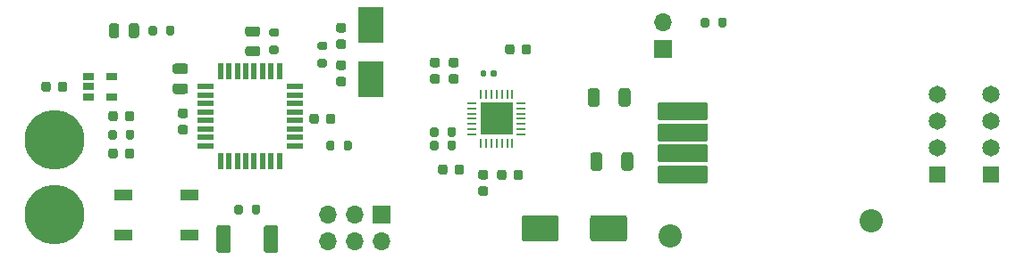
<source format=gbr>
%TF.GenerationSoftware,KiCad,Pcbnew,5.1.8-db9833491~88~ubuntu20.04.1*%
%TF.CreationDate,2020-12-21T09:27:26-06:00*%
%TF.ProjectId,main,6d61696e-2e6b-4696-9361-645f70636258,rev?*%
%TF.SameCoordinates,Original*%
%TF.FileFunction,Soldermask,Top*%
%TF.FilePolarity,Negative*%
%FSLAX46Y46*%
G04 Gerber Fmt 4.6, Leading zero omitted, Abs format (unit mm)*
G04 Created by KiCad (PCBNEW 5.1.8-db9833491~88~ubuntu20.04.1) date 2020-12-21 09:27:26*
%MOMM*%
%LPD*%
G01*
G04 APERTURE LIST*
%ADD10R,1.700000X1.000000*%
%ADD11C,1.650000*%
%ADD12R,1.650000X1.650000*%
%ADD13R,2.400000X3.500000*%
%ADD14C,5.664200*%
%ADD15C,2.202180*%
%ADD16R,3.098800X3.098800*%
%ADD17R,0.914400X0.254000*%
%ADD18R,0.254000X0.914400*%
%ADD19R,1.060000X0.650000*%
%ADD20R,0.550000X1.600000*%
%ADD21R,1.600000X0.550000*%
%ADD22O,1.700000X1.700000*%
%ADD23R,1.700000X1.700000*%
G04 APERTURE END LIST*
D10*
%TO.C,SW1*%
X35916000Y-36698000D03*
X29616000Y-36698000D03*
X35916000Y-32898000D03*
X29616000Y-32898000D03*
%TD*%
%TO.C,R11*%
G36*
G01*
X75046000Y-29092999D02*
X75046000Y-30343001D01*
G75*
G02*
X74796001Y-30593000I-249999J0D01*
G01*
X74170999Y-30593000D01*
G75*
G02*
X73921000Y-30343001I0J249999D01*
G01*
X73921000Y-29092999D01*
G75*
G02*
X74170999Y-28843000I249999J0D01*
G01*
X74796001Y-28843000D01*
G75*
G02*
X75046000Y-29092999I0J-249999D01*
G01*
G37*
G36*
G01*
X77971000Y-29092999D02*
X77971000Y-30343001D01*
G75*
G02*
X77721001Y-30593000I-249999J0D01*
G01*
X77095999Y-30593000D01*
G75*
G02*
X76846000Y-30343001I0J249999D01*
G01*
X76846000Y-29092999D01*
G75*
G02*
X77095999Y-28843000I249999J0D01*
G01*
X77721001Y-28843000D01*
G75*
G02*
X77971000Y-29092999I0J-249999D01*
G01*
G37*
%TD*%
%TO.C,R10*%
G36*
G01*
X74792000Y-22996999D02*
X74792000Y-24247001D01*
G75*
G02*
X74542001Y-24497000I-249999J0D01*
G01*
X73916999Y-24497000D01*
G75*
G02*
X73667000Y-24247001I0J249999D01*
G01*
X73667000Y-22996999D01*
G75*
G02*
X73916999Y-22747000I249999J0D01*
G01*
X74542001Y-22747000D01*
G75*
G02*
X74792000Y-22996999I0J-249999D01*
G01*
G37*
G36*
G01*
X77717000Y-22996999D02*
X77717000Y-24247001D01*
G75*
G02*
X77467001Y-24497000I-249999J0D01*
G01*
X76841999Y-24497000D01*
G75*
G02*
X76592000Y-24247001I0J249999D01*
G01*
X76592000Y-22996999D01*
G75*
G02*
X76841999Y-22747000I249999J0D01*
G01*
X77467001Y-22747000D01*
G75*
G02*
X77717000Y-22996999I0J-249999D01*
G01*
G37*
%TD*%
%TO.C,C13*%
G36*
G01*
X73890000Y-37068000D02*
X73890000Y-35068000D01*
G75*
G02*
X74140000Y-34818000I250000J0D01*
G01*
X77140000Y-34818000D01*
G75*
G02*
X77390000Y-35068000I0J-250000D01*
G01*
X77390000Y-37068000D01*
G75*
G02*
X77140000Y-37318000I-250000J0D01*
G01*
X74140000Y-37318000D01*
G75*
G02*
X73890000Y-37068000I0J250000D01*
G01*
G37*
G36*
G01*
X67390000Y-37068000D02*
X67390000Y-35068000D01*
G75*
G02*
X67640000Y-34818000I250000J0D01*
G01*
X70640000Y-34818000D01*
G75*
G02*
X70890000Y-35068000I0J-250000D01*
G01*
X70890000Y-37068000D01*
G75*
G02*
X70640000Y-37318000I-250000J0D01*
G01*
X67640000Y-37318000D01*
G75*
G02*
X67390000Y-37068000I0J250000D01*
G01*
G37*
%TD*%
%TO.C,C9*%
G36*
G01*
X64062000Y-21166000D02*
X64062000Y-21506000D01*
G75*
G02*
X63922000Y-21646000I-140000J0D01*
G01*
X63642000Y-21646000D01*
G75*
G02*
X63502000Y-21506000I0J140000D01*
G01*
X63502000Y-21166000D01*
G75*
G02*
X63642000Y-21026000I140000J0D01*
G01*
X63922000Y-21026000D01*
G75*
G02*
X64062000Y-21166000I0J-140000D01*
G01*
G37*
G36*
G01*
X65022000Y-21166000D02*
X65022000Y-21506000D01*
G75*
G02*
X64882000Y-21646000I-140000J0D01*
G01*
X64602000Y-21646000D01*
G75*
G02*
X64462000Y-21506000I0J140000D01*
G01*
X64462000Y-21166000D01*
G75*
G02*
X64602000Y-21026000I140000J0D01*
G01*
X64882000Y-21026000D01*
G75*
G02*
X65022000Y-21166000I0J-140000D01*
G01*
G37*
%TD*%
%TO.C,C7*%
G36*
G01*
X35527000Y-21394000D02*
X34577000Y-21394000D01*
G75*
G02*
X34327000Y-21144000I0J250000D01*
G01*
X34327000Y-20644000D01*
G75*
G02*
X34577000Y-20394000I250000J0D01*
G01*
X35527000Y-20394000D01*
G75*
G02*
X35777000Y-20644000I0J-250000D01*
G01*
X35777000Y-21144000D01*
G75*
G02*
X35527000Y-21394000I-250000J0D01*
G01*
G37*
G36*
G01*
X35527000Y-23294000D02*
X34577000Y-23294000D01*
G75*
G02*
X34327000Y-23044000I0J250000D01*
G01*
X34327000Y-22544000D01*
G75*
G02*
X34577000Y-22294000I250000J0D01*
G01*
X35527000Y-22294000D01*
G75*
G02*
X35777000Y-22544000I0J-250000D01*
G01*
X35777000Y-23044000D01*
G75*
G02*
X35527000Y-23294000I-250000J0D01*
G01*
G37*
%TD*%
D11*
%TO.C,J4*%
X111876000Y-23316000D03*
X111876000Y-25856000D03*
X106796000Y-25856000D03*
X106796000Y-28396000D03*
D12*
X106796000Y-30936000D03*
X111876000Y-30936000D03*
D11*
X106796000Y-23316000D03*
X111876000Y-28396000D03*
%TD*%
%TO.C,D4*%
G36*
G01*
X29268000Y-16815750D02*
X29268000Y-17728250D01*
G75*
G02*
X29024250Y-17972000I-243750J0D01*
G01*
X28536750Y-17972000D01*
G75*
G02*
X28293000Y-17728250I0J243750D01*
G01*
X28293000Y-16815750D01*
G75*
G02*
X28536750Y-16572000I243750J0D01*
G01*
X29024250Y-16572000D01*
G75*
G02*
X29268000Y-16815750I0J-243750D01*
G01*
G37*
G36*
G01*
X31143000Y-16815750D02*
X31143000Y-17728250D01*
G75*
G02*
X30899250Y-17972000I-243750J0D01*
G01*
X30411750Y-17972000D01*
G75*
G02*
X30168000Y-17728250I0J243750D01*
G01*
X30168000Y-16815750D01*
G75*
G02*
X30411750Y-16572000I243750J0D01*
G01*
X30899250Y-16572000D01*
G75*
G02*
X31143000Y-16815750I0J-243750D01*
G01*
G37*
%TD*%
%TO.C,D3*%
G36*
G01*
X41453750Y-18738000D02*
X42366250Y-18738000D01*
G75*
G02*
X42610000Y-18981750I0J-243750D01*
G01*
X42610000Y-19469250D01*
G75*
G02*
X42366250Y-19713000I-243750J0D01*
G01*
X41453750Y-19713000D01*
G75*
G02*
X41210000Y-19469250I0J243750D01*
G01*
X41210000Y-18981750D01*
G75*
G02*
X41453750Y-18738000I243750J0D01*
G01*
G37*
G36*
G01*
X41453750Y-16863000D02*
X42366250Y-16863000D01*
G75*
G02*
X42610000Y-17106750I0J-243750D01*
G01*
X42610000Y-17594250D01*
G75*
G02*
X42366250Y-17838000I-243750J0D01*
G01*
X41453750Y-17838000D01*
G75*
G02*
X41210000Y-17594250I0J243750D01*
G01*
X41210000Y-17106750D01*
G75*
G02*
X41453750Y-16863000I243750J0D01*
G01*
G37*
%TD*%
%TO.C,D1*%
G36*
G01*
X39827000Y-36008999D02*
X39827000Y-38159001D01*
G75*
G02*
X39577001Y-38409000I-249999J0D01*
G01*
X38726999Y-38409000D01*
G75*
G02*
X38477000Y-38159001I0J249999D01*
G01*
X38477000Y-36008999D01*
G75*
G02*
X38726999Y-35759000I249999J0D01*
G01*
X39577001Y-35759000D01*
G75*
G02*
X39827000Y-36008999I0J-249999D01*
G01*
G37*
G36*
G01*
X44327000Y-36008999D02*
X44327000Y-38159001D01*
G75*
G02*
X44077001Y-38409000I-249999J0D01*
G01*
X43226999Y-38409000D01*
G75*
G02*
X42977000Y-38159001I0J249999D01*
G01*
X42977000Y-36008999D01*
G75*
G02*
X43226999Y-35759000I249999J0D01*
G01*
X44077001Y-35759000D01*
G75*
G02*
X44327000Y-36008999I0J-249999D01*
G01*
G37*
%TD*%
D13*
%TO.C,Y1*%
X53086000Y-21904000D03*
X53086000Y-16704000D03*
%TD*%
D14*
%TO.C,J5*%
X23114000Y-27686000D03*
%TD*%
%TO.C,J1*%
X23114000Y-34798000D03*
%TD*%
D15*
%TO.C,S1*%
X100482400Y-35313620D03*
X81440020Y-36830000D03*
G36*
G01*
X85025230Y-28188920D02*
X85025230Y-29687520D01*
G75*
G02*
X84923630Y-29789120I-101600J0D01*
G01*
X80425290Y-29789120D01*
G75*
G02*
X80323690Y-29687520I0J101600D01*
G01*
X80323690Y-28188920D01*
G75*
G02*
X80425290Y-28087320I101600J0D01*
G01*
X84923630Y-28087320D01*
G75*
G02*
X85025230Y-28188920I0J-101600D01*
G01*
G37*
G36*
G01*
X85025230Y-24190960D02*
X85025230Y-25689560D01*
G75*
G02*
X84923630Y-25791160I-101600J0D01*
G01*
X80425290Y-25791160D01*
G75*
G02*
X80323690Y-25689560I0J101600D01*
G01*
X80323690Y-24190960D01*
G75*
G02*
X80425290Y-24089360I101600J0D01*
G01*
X84923630Y-24089360D01*
G75*
G02*
X85025230Y-24190960I0J-101600D01*
G01*
G37*
G36*
G01*
X85025230Y-26192480D02*
X85025230Y-27691080D01*
G75*
G02*
X84923630Y-27792680I-101600J0D01*
G01*
X80425290Y-27792680D01*
G75*
G02*
X80323690Y-27691080I0J101600D01*
G01*
X80323690Y-26192480D01*
G75*
G02*
X80425290Y-26090880I101600J0D01*
G01*
X84923630Y-26090880D01*
G75*
G02*
X85025230Y-26192480I0J-101600D01*
G01*
G37*
G36*
G01*
X85025230Y-30190440D02*
X85025230Y-31689040D01*
G75*
G02*
X84923630Y-31790640I-101600J0D01*
G01*
X80425290Y-31790640D01*
G75*
G02*
X80323690Y-31689040I0J101600D01*
G01*
X80323690Y-30190440D01*
G75*
G02*
X80425290Y-30088840I101600J0D01*
G01*
X84923630Y-30088840D01*
G75*
G02*
X85025230Y-30190440I0J-101600D01*
G01*
G37*
%TD*%
%TO.C,R1*%
G36*
G01*
X40977000Y-34015000D02*
X40977000Y-34565000D01*
G75*
G02*
X40777000Y-34765000I-200000J0D01*
G01*
X40377000Y-34765000D01*
G75*
G02*
X40177000Y-34565000I0J200000D01*
G01*
X40177000Y-34015000D01*
G75*
G02*
X40377000Y-33815000I200000J0D01*
G01*
X40777000Y-33815000D01*
G75*
G02*
X40977000Y-34015000I0J-200000D01*
G01*
G37*
G36*
G01*
X42627000Y-34015000D02*
X42627000Y-34565000D01*
G75*
G02*
X42427000Y-34765000I-200000J0D01*
G01*
X42027000Y-34765000D01*
G75*
G02*
X41827000Y-34565000I0J200000D01*
G01*
X41827000Y-34015000D01*
G75*
G02*
X42027000Y-33815000I200000J0D01*
G01*
X42427000Y-33815000D01*
G75*
G02*
X42627000Y-34015000I0J-200000D01*
G01*
G37*
%TD*%
%TO.C,R12*%
G36*
G01*
X32849000Y-16997000D02*
X32849000Y-17547000D01*
G75*
G02*
X32649000Y-17747000I-200000J0D01*
G01*
X32249000Y-17747000D01*
G75*
G02*
X32049000Y-17547000I0J200000D01*
G01*
X32049000Y-16997000D01*
G75*
G02*
X32249000Y-16797000I200000J0D01*
G01*
X32649000Y-16797000D01*
G75*
G02*
X32849000Y-16997000I0J-200000D01*
G01*
G37*
G36*
G01*
X34499000Y-16997000D02*
X34499000Y-17547000D01*
G75*
G02*
X34299000Y-17747000I-200000J0D01*
G01*
X33899000Y-17747000D01*
G75*
G02*
X33699000Y-17547000I0J200000D01*
G01*
X33699000Y-16997000D01*
G75*
G02*
X33899000Y-16797000I200000J0D01*
G01*
X34299000Y-16797000D01*
G75*
G02*
X34499000Y-16997000I0J-200000D01*
G01*
G37*
%TD*%
%TO.C,D2*%
G36*
G01*
X29114000Y-28699750D02*
X29114000Y-29212250D01*
G75*
G02*
X28895250Y-29431000I-218750J0D01*
G01*
X28457750Y-29431000D01*
G75*
G02*
X28239000Y-29212250I0J218750D01*
G01*
X28239000Y-28699750D01*
G75*
G02*
X28457750Y-28481000I218750J0D01*
G01*
X28895250Y-28481000D01*
G75*
G02*
X29114000Y-28699750I0J-218750D01*
G01*
G37*
G36*
G01*
X30689000Y-28699750D02*
X30689000Y-29212250D01*
G75*
G02*
X30470250Y-29431000I-218750J0D01*
G01*
X30032750Y-29431000D01*
G75*
G02*
X29814000Y-29212250I0J218750D01*
G01*
X29814000Y-28699750D01*
G75*
G02*
X30032750Y-28481000I218750J0D01*
G01*
X30470250Y-28481000D01*
G75*
G02*
X30689000Y-28699750I0J-218750D01*
G01*
G37*
%TD*%
D16*
%TO.C,U3*%
X65024000Y-25654000D03*
D17*
X67373500Y-24154000D03*
X67373500Y-24653999D03*
X67373500Y-25154001D03*
X67373500Y-25654000D03*
X67373500Y-26153999D03*
X67373500Y-26654001D03*
X67373500Y-27154000D03*
D18*
X66524000Y-28003500D03*
X66024001Y-28003500D03*
X65523999Y-28003500D03*
X65024000Y-28003500D03*
X64524001Y-28003500D03*
X64023999Y-28003500D03*
X63524000Y-28003500D03*
D17*
X62674500Y-27154000D03*
X62674500Y-26654001D03*
X62674500Y-26153999D03*
X62674500Y-25654000D03*
X62674500Y-25154001D03*
X62674500Y-24653999D03*
X62674500Y-24154000D03*
D18*
X63524000Y-23304500D03*
X64023999Y-23304500D03*
X64524001Y-23304500D03*
X65024000Y-23304500D03*
X65523999Y-23304500D03*
X66024001Y-23304500D03*
X66524000Y-23304500D03*
%TD*%
D19*
%TO.C,U2*%
X28532000Y-21656000D03*
X28532000Y-23556000D03*
X26332000Y-23556000D03*
X26332000Y-22606000D03*
X26332000Y-21656000D03*
%TD*%
D20*
%TO.C,U1*%
X44456000Y-29650000D03*
X43656000Y-29650000D03*
X42856000Y-29650000D03*
X42056000Y-29650000D03*
X41256000Y-29650000D03*
X40456000Y-29650000D03*
X39656000Y-29650000D03*
X38856000Y-29650000D03*
D21*
X37406000Y-28200000D03*
X37406000Y-27400000D03*
X37406000Y-26600000D03*
X37406000Y-25800000D03*
X37406000Y-25000000D03*
X37406000Y-24200000D03*
X37406000Y-23400000D03*
X37406000Y-22600000D03*
D20*
X38856000Y-21150000D03*
X39656000Y-21150000D03*
X40456000Y-21150000D03*
X41256000Y-21150000D03*
X42056000Y-21150000D03*
X42856000Y-21150000D03*
X43656000Y-21150000D03*
X44456000Y-21150000D03*
D21*
X45906000Y-22600000D03*
X45906000Y-23400000D03*
X45906000Y-24200000D03*
X45906000Y-25000000D03*
X45906000Y-25800000D03*
X45906000Y-26600000D03*
X45906000Y-27400000D03*
X45906000Y-28200000D03*
%TD*%
%TO.C,R9*%
G36*
G01*
X86023000Y-16785000D02*
X86023000Y-16235000D01*
G75*
G02*
X86223000Y-16035000I200000J0D01*
G01*
X86623000Y-16035000D01*
G75*
G02*
X86823000Y-16235000I0J-200000D01*
G01*
X86823000Y-16785000D01*
G75*
G02*
X86623000Y-16985000I-200000J0D01*
G01*
X86223000Y-16985000D01*
G75*
G02*
X86023000Y-16785000I0J200000D01*
G01*
G37*
G36*
G01*
X84373000Y-16785000D02*
X84373000Y-16235000D01*
G75*
G02*
X84573000Y-16035000I200000J0D01*
G01*
X84973000Y-16035000D01*
G75*
G02*
X85173000Y-16235000I0J-200000D01*
G01*
X85173000Y-16785000D01*
G75*
G02*
X84973000Y-16985000I-200000J0D01*
G01*
X84573000Y-16985000D01*
G75*
G02*
X84373000Y-16785000I0J200000D01*
G01*
G37*
%TD*%
%TO.C,R8*%
G36*
G01*
X59519000Y-27919000D02*
X59519000Y-28469000D01*
G75*
G02*
X59319000Y-28669000I-200000J0D01*
G01*
X58919000Y-28669000D01*
G75*
G02*
X58719000Y-28469000I0J200000D01*
G01*
X58719000Y-27919000D01*
G75*
G02*
X58919000Y-27719000I200000J0D01*
G01*
X59319000Y-27719000D01*
G75*
G02*
X59519000Y-27919000I0J-200000D01*
G01*
G37*
G36*
G01*
X61169000Y-27919000D02*
X61169000Y-28469000D01*
G75*
G02*
X60969000Y-28669000I-200000J0D01*
G01*
X60569000Y-28669000D01*
G75*
G02*
X60369000Y-28469000I0J200000D01*
G01*
X60369000Y-27919000D01*
G75*
G02*
X60569000Y-27719000I200000J0D01*
G01*
X60969000Y-27719000D01*
G75*
G02*
X61169000Y-27919000I0J-200000D01*
G01*
G37*
%TD*%
%TO.C,R7*%
G36*
G01*
X60369000Y-27199000D02*
X60369000Y-26649000D01*
G75*
G02*
X60569000Y-26449000I200000J0D01*
G01*
X60969000Y-26449000D01*
G75*
G02*
X61169000Y-26649000I0J-200000D01*
G01*
X61169000Y-27199000D01*
G75*
G02*
X60969000Y-27399000I-200000J0D01*
G01*
X60569000Y-27399000D01*
G75*
G02*
X60369000Y-27199000I0J200000D01*
G01*
G37*
G36*
G01*
X58719000Y-27199000D02*
X58719000Y-26649000D01*
G75*
G02*
X58919000Y-26449000I200000J0D01*
G01*
X59319000Y-26449000D01*
G75*
G02*
X59519000Y-26649000I0J-200000D01*
G01*
X59519000Y-27199000D01*
G75*
G02*
X59319000Y-27399000I-200000J0D01*
G01*
X58919000Y-27399000D01*
G75*
G02*
X58719000Y-27199000I0J200000D01*
G01*
G37*
%TD*%
%TO.C,R6*%
G36*
G01*
X49676000Y-27919000D02*
X49676000Y-28469000D01*
G75*
G02*
X49476000Y-28669000I-200000J0D01*
G01*
X49076000Y-28669000D01*
G75*
G02*
X48876000Y-28469000I0J200000D01*
G01*
X48876000Y-27919000D01*
G75*
G02*
X49076000Y-27719000I200000J0D01*
G01*
X49476000Y-27719000D01*
G75*
G02*
X49676000Y-27919000I0J-200000D01*
G01*
G37*
G36*
G01*
X51326000Y-27919000D02*
X51326000Y-28469000D01*
G75*
G02*
X51126000Y-28669000I-200000J0D01*
G01*
X50726000Y-28669000D01*
G75*
G02*
X50526000Y-28469000I0J200000D01*
G01*
X50526000Y-27919000D01*
G75*
G02*
X50726000Y-27719000I200000J0D01*
G01*
X51126000Y-27719000D01*
G75*
G02*
X51326000Y-27919000I0J-200000D01*
G01*
G37*
%TD*%
%TO.C,R5*%
G36*
G01*
X48789000Y-19133000D02*
X48239000Y-19133000D01*
G75*
G02*
X48039000Y-18933000I0J200000D01*
G01*
X48039000Y-18533000D01*
G75*
G02*
X48239000Y-18333000I200000J0D01*
G01*
X48789000Y-18333000D01*
G75*
G02*
X48989000Y-18533000I0J-200000D01*
G01*
X48989000Y-18933000D01*
G75*
G02*
X48789000Y-19133000I-200000J0D01*
G01*
G37*
G36*
G01*
X48789000Y-20783000D02*
X48239000Y-20783000D01*
G75*
G02*
X48039000Y-20583000I0J200000D01*
G01*
X48039000Y-20183000D01*
G75*
G02*
X48239000Y-19983000I200000J0D01*
G01*
X48789000Y-19983000D01*
G75*
G02*
X48989000Y-20183000I0J-200000D01*
G01*
X48989000Y-20583000D01*
G75*
G02*
X48789000Y-20783000I-200000J0D01*
G01*
G37*
%TD*%
%TO.C,R3*%
G36*
G01*
X44217000Y-17863000D02*
X43667000Y-17863000D01*
G75*
G02*
X43467000Y-17663000I0J200000D01*
G01*
X43467000Y-17263000D01*
G75*
G02*
X43667000Y-17063000I200000J0D01*
G01*
X44217000Y-17063000D01*
G75*
G02*
X44417000Y-17263000I0J-200000D01*
G01*
X44417000Y-17663000D01*
G75*
G02*
X44217000Y-17863000I-200000J0D01*
G01*
G37*
G36*
G01*
X44217000Y-19513000D02*
X43667000Y-19513000D01*
G75*
G02*
X43467000Y-19313000I0J200000D01*
G01*
X43467000Y-18913000D01*
G75*
G02*
X43667000Y-18713000I200000J0D01*
G01*
X44217000Y-18713000D01*
G75*
G02*
X44417000Y-18913000I0J-200000D01*
G01*
X44417000Y-19313000D01*
G75*
G02*
X44217000Y-19513000I-200000J0D01*
G01*
G37*
%TD*%
%TO.C,R2*%
G36*
G01*
X29889000Y-27453000D02*
X29889000Y-26903000D01*
G75*
G02*
X30089000Y-26703000I200000J0D01*
G01*
X30489000Y-26703000D01*
G75*
G02*
X30689000Y-26903000I0J-200000D01*
G01*
X30689000Y-27453000D01*
G75*
G02*
X30489000Y-27653000I-200000J0D01*
G01*
X30089000Y-27653000D01*
G75*
G02*
X29889000Y-27453000I0J200000D01*
G01*
G37*
G36*
G01*
X28239000Y-27453000D02*
X28239000Y-26903000D01*
G75*
G02*
X28439000Y-26703000I200000J0D01*
G01*
X28839000Y-26703000D01*
G75*
G02*
X29039000Y-26903000I0J-200000D01*
G01*
X29039000Y-27453000D01*
G75*
G02*
X28839000Y-27653000I-200000J0D01*
G01*
X28439000Y-27653000D01*
G75*
G02*
X28239000Y-27453000I0J200000D01*
G01*
G37*
%TD*%
D22*
%TO.C,J3*%
X80772000Y-16510000D03*
D23*
X80772000Y-19050000D03*
%TD*%
D22*
%TO.C,J2*%
X49022000Y-37338000D03*
X49022000Y-34798000D03*
X51562000Y-37338000D03*
X51562000Y-34798000D03*
X54102000Y-37338000D03*
D23*
X54102000Y-34798000D03*
%TD*%
%TO.C,C15*%
G36*
G01*
X65969000Y-30738000D02*
X65969000Y-31238000D01*
G75*
G02*
X65744000Y-31463000I-225000J0D01*
G01*
X65294000Y-31463000D01*
G75*
G02*
X65069000Y-31238000I0J225000D01*
G01*
X65069000Y-30738000D01*
G75*
G02*
X65294000Y-30513000I225000J0D01*
G01*
X65744000Y-30513000D01*
G75*
G02*
X65969000Y-30738000I0J-225000D01*
G01*
G37*
G36*
G01*
X67519000Y-30738000D02*
X67519000Y-31238000D01*
G75*
G02*
X67294000Y-31463000I-225000J0D01*
G01*
X66844000Y-31463000D01*
G75*
G02*
X66619000Y-31238000I0J225000D01*
G01*
X66619000Y-30738000D01*
G75*
G02*
X66844000Y-30513000I225000J0D01*
G01*
X67294000Y-30513000D01*
G75*
G02*
X67519000Y-30738000I0J-225000D01*
G01*
G37*
%TD*%
%TO.C,C14*%
G36*
G01*
X67381000Y-19300000D02*
X67381000Y-18800000D01*
G75*
G02*
X67606000Y-18575000I225000J0D01*
G01*
X68056000Y-18575000D01*
G75*
G02*
X68281000Y-18800000I0J-225000D01*
G01*
X68281000Y-19300000D01*
G75*
G02*
X68056000Y-19525000I-225000J0D01*
G01*
X67606000Y-19525000D01*
G75*
G02*
X67381000Y-19300000I0J225000D01*
G01*
G37*
G36*
G01*
X65831000Y-19300000D02*
X65831000Y-18800000D01*
G75*
G02*
X66056000Y-18575000I225000J0D01*
G01*
X66506000Y-18575000D01*
G75*
G02*
X66731000Y-18800000I0J-225000D01*
G01*
X66731000Y-19300000D01*
G75*
G02*
X66506000Y-19525000I-225000J0D01*
G01*
X66056000Y-19525000D01*
G75*
G02*
X65831000Y-19300000I0J225000D01*
G01*
G37*
%TD*%
%TO.C,C12*%
G36*
G01*
X60710000Y-21407000D02*
X61210000Y-21407000D01*
G75*
G02*
X61435000Y-21632000I0J-225000D01*
G01*
X61435000Y-22082000D01*
G75*
G02*
X61210000Y-22307000I-225000J0D01*
G01*
X60710000Y-22307000D01*
G75*
G02*
X60485000Y-22082000I0J225000D01*
G01*
X60485000Y-21632000D01*
G75*
G02*
X60710000Y-21407000I225000J0D01*
G01*
G37*
G36*
G01*
X60710000Y-19857000D02*
X61210000Y-19857000D01*
G75*
G02*
X61435000Y-20082000I0J-225000D01*
G01*
X61435000Y-20532000D01*
G75*
G02*
X61210000Y-20757000I-225000J0D01*
G01*
X60710000Y-20757000D01*
G75*
G02*
X60485000Y-20532000I0J225000D01*
G01*
X60485000Y-20082000D01*
G75*
G02*
X60710000Y-19857000I225000J0D01*
G01*
G37*
%TD*%
%TO.C,C11*%
G36*
G01*
X59432000Y-20757000D02*
X58932000Y-20757000D01*
G75*
G02*
X58707000Y-20532000I0J225000D01*
G01*
X58707000Y-20082000D01*
G75*
G02*
X58932000Y-19857000I225000J0D01*
G01*
X59432000Y-19857000D01*
G75*
G02*
X59657000Y-20082000I0J-225000D01*
G01*
X59657000Y-20532000D01*
G75*
G02*
X59432000Y-20757000I-225000J0D01*
G01*
G37*
G36*
G01*
X59432000Y-22307000D02*
X58932000Y-22307000D01*
G75*
G02*
X58707000Y-22082000I0J225000D01*
G01*
X58707000Y-21632000D01*
G75*
G02*
X58932000Y-21407000I225000J0D01*
G01*
X59432000Y-21407000D01*
G75*
G02*
X59657000Y-21632000I0J-225000D01*
G01*
X59657000Y-22082000D01*
G75*
G02*
X59432000Y-22307000I-225000J0D01*
G01*
G37*
%TD*%
%TO.C,C10*%
G36*
G01*
X60381000Y-30230000D02*
X60381000Y-30730000D01*
G75*
G02*
X60156000Y-30955000I-225000J0D01*
G01*
X59706000Y-30955000D01*
G75*
G02*
X59481000Y-30730000I0J225000D01*
G01*
X59481000Y-30230000D01*
G75*
G02*
X59706000Y-30005000I225000J0D01*
G01*
X60156000Y-30005000D01*
G75*
G02*
X60381000Y-30230000I0J-225000D01*
G01*
G37*
G36*
G01*
X61931000Y-30230000D02*
X61931000Y-30730000D01*
G75*
G02*
X61706000Y-30955000I-225000J0D01*
G01*
X61256000Y-30955000D01*
G75*
G02*
X61031000Y-30730000I0J225000D01*
G01*
X61031000Y-30230000D01*
G75*
G02*
X61256000Y-30005000I225000J0D01*
G01*
X61706000Y-30005000D01*
G75*
G02*
X61931000Y-30230000I0J-225000D01*
G01*
G37*
%TD*%
%TO.C,C8*%
G36*
G01*
X63504000Y-32075000D02*
X64004000Y-32075000D01*
G75*
G02*
X64229000Y-32300000I0J-225000D01*
G01*
X64229000Y-32750000D01*
G75*
G02*
X64004000Y-32975000I-225000J0D01*
G01*
X63504000Y-32975000D01*
G75*
G02*
X63279000Y-32750000I0J225000D01*
G01*
X63279000Y-32300000D01*
G75*
G02*
X63504000Y-32075000I225000J0D01*
G01*
G37*
G36*
G01*
X63504000Y-30525000D02*
X64004000Y-30525000D01*
G75*
G02*
X64229000Y-30750000I0J-225000D01*
G01*
X64229000Y-31200000D01*
G75*
G02*
X64004000Y-31425000I-225000J0D01*
G01*
X63504000Y-31425000D01*
G75*
G02*
X63279000Y-31200000I0J225000D01*
G01*
X63279000Y-30750000D01*
G75*
G02*
X63504000Y-30525000I225000J0D01*
G01*
G37*
%TD*%
%TO.C,C6*%
G36*
G01*
X23439000Y-22856000D02*
X23439000Y-22356000D01*
G75*
G02*
X23664000Y-22131000I225000J0D01*
G01*
X24114000Y-22131000D01*
G75*
G02*
X24339000Y-22356000I0J-225000D01*
G01*
X24339000Y-22856000D01*
G75*
G02*
X24114000Y-23081000I-225000J0D01*
G01*
X23664000Y-23081000D01*
G75*
G02*
X23439000Y-22856000I0J225000D01*
G01*
G37*
G36*
G01*
X21889000Y-22856000D02*
X21889000Y-22356000D01*
G75*
G02*
X22114000Y-22131000I225000J0D01*
G01*
X22564000Y-22131000D01*
G75*
G02*
X22789000Y-22356000I0J-225000D01*
G01*
X22789000Y-22856000D01*
G75*
G02*
X22564000Y-23081000I-225000J0D01*
G01*
X22114000Y-23081000D01*
G75*
G02*
X21889000Y-22856000I0J225000D01*
G01*
G37*
%TD*%
%TO.C,C5*%
G36*
G01*
X50542000Y-17455000D02*
X50042000Y-17455000D01*
G75*
G02*
X49817000Y-17230000I0J225000D01*
G01*
X49817000Y-16780000D01*
G75*
G02*
X50042000Y-16555000I225000J0D01*
G01*
X50542000Y-16555000D01*
G75*
G02*
X50767000Y-16780000I0J-225000D01*
G01*
X50767000Y-17230000D01*
G75*
G02*
X50542000Y-17455000I-225000J0D01*
G01*
G37*
G36*
G01*
X50542000Y-19005000D02*
X50042000Y-19005000D01*
G75*
G02*
X49817000Y-18780000I0J225000D01*
G01*
X49817000Y-18330000D01*
G75*
G02*
X50042000Y-18105000I225000J0D01*
G01*
X50542000Y-18105000D01*
G75*
G02*
X50767000Y-18330000I0J-225000D01*
G01*
X50767000Y-18780000D01*
G75*
G02*
X50542000Y-19005000I-225000J0D01*
G01*
G37*
%TD*%
%TO.C,C4*%
G36*
G01*
X50042000Y-21661000D02*
X50542000Y-21661000D01*
G75*
G02*
X50767000Y-21886000I0J-225000D01*
G01*
X50767000Y-22336000D01*
G75*
G02*
X50542000Y-22561000I-225000J0D01*
G01*
X50042000Y-22561000D01*
G75*
G02*
X49817000Y-22336000I0J225000D01*
G01*
X49817000Y-21886000D01*
G75*
G02*
X50042000Y-21661000I225000J0D01*
G01*
G37*
G36*
G01*
X50042000Y-20111000D02*
X50542000Y-20111000D01*
G75*
G02*
X50767000Y-20336000I0J-225000D01*
G01*
X50767000Y-20786000D01*
G75*
G02*
X50542000Y-21011000I-225000J0D01*
G01*
X50042000Y-21011000D01*
G75*
G02*
X49817000Y-20786000I0J225000D01*
G01*
X49817000Y-20336000D01*
G75*
G02*
X50042000Y-20111000I225000J0D01*
G01*
G37*
%TD*%
%TO.C,C3*%
G36*
G01*
X29789000Y-25650000D02*
X29789000Y-25150000D01*
G75*
G02*
X30014000Y-24925000I225000J0D01*
G01*
X30464000Y-24925000D01*
G75*
G02*
X30689000Y-25150000I0J-225000D01*
G01*
X30689000Y-25650000D01*
G75*
G02*
X30464000Y-25875000I-225000J0D01*
G01*
X30014000Y-25875000D01*
G75*
G02*
X29789000Y-25650000I0J225000D01*
G01*
G37*
G36*
G01*
X28239000Y-25650000D02*
X28239000Y-25150000D01*
G75*
G02*
X28464000Y-24925000I225000J0D01*
G01*
X28914000Y-24925000D01*
G75*
G02*
X29139000Y-25150000I0J-225000D01*
G01*
X29139000Y-25650000D01*
G75*
G02*
X28914000Y-25875000I-225000J0D01*
G01*
X28464000Y-25875000D01*
G75*
G02*
X28239000Y-25650000I0J225000D01*
G01*
G37*
%TD*%
%TO.C,C2*%
G36*
G01*
X35056000Y-26233000D02*
X35556000Y-26233000D01*
G75*
G02*
X35781000Y-26458000I0J-225000D01*
G01*
X35781000Y-26908000D01*
G75*
G02*
X35556000Y-27133000I-225000J0D01*
G01*
X35056000Y-27133000D01*
G75*
G02*
X34831000Y-26908000I0J225000D01*
G01*
X34831000Y-26458000D01*
G75*
G02*
X35056000Y-26233000I225000J0D01*
G01*
G37*
G36*
G01*
X35056000Y-24683000D02*
X35556000Y-24683000D01*
G75*
G02*
X35781000Y-24908000I0J-225000D01*
G01*
X35781000Y-25358000D01*
G75*
G02*
X35556000Y-25583000I-225000J0D01*
G01*
X35056000Y-25583000D01*
G75*
G02*
X34831000Y-25358000I0J225000D01*
G01*
X34831000Y-24908000D01*
G75*
G02*
X35056000Y-24683000I225000J0D01*
G01*
G37*
%TD*%
%TO.C,C1*%
G36*
G01*
X48839000Y-25904000D02*
X48839000Y-25404000D01*
G75*
G02*
X49064000Y-25179000I225000J0D01*
G01*
X49514000Y-25179000D01*
G75*
G02*
X49739000Y-25404000I0J-225000D01*
G01*
X49739000Y-25904000D01*
G75*
G02*
X49514000Y-26129000I-225000J0D01*
G01*
X49064000Y-26129000D01*
G75*
G02*
X48839000Y-25904000I0J225000D01*
G01*
G37*
G36*
G01*
X47289000Y-25904000D02*
X47289000Y-25404000D01*
G75*
G02*
X47514000Y-25179000I225000J0D01*
G01*
X47964000Y-25179000D01*
G75*
G02*
X48189000Y-25404000I0J-225000D01*
G01*
X48189000Y-25904000D01*
G75*
G02*
X47964000Y-26129000I-225000J0D01*
G01*
X47514000Y-26129000D01*
G75*
G02*
X47289000Y-25904000I0J225000D01*
G01*
G37*
%TD*%
M02*

</source>
